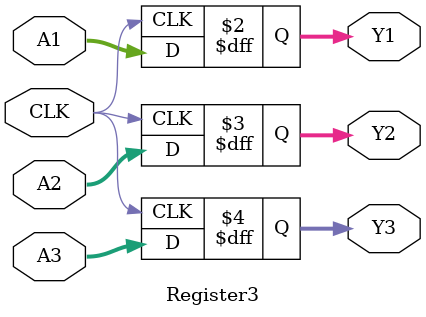
<source format=v>
`timescale 1ns / 1ps


module Register3(
    input [31:0] A1,
    input [31:0] A2,
    input [31:0] A3,
    input CLK,
    output reg[31:0] Y1,
    output reg[31:0] Y2,
    output reg[31:0] Y3
    );
    always@(posedge CLK)
      begin
        Y1=A1;
        Y2=A2;
        Y3=A3;
      end
endmodule

</source>
